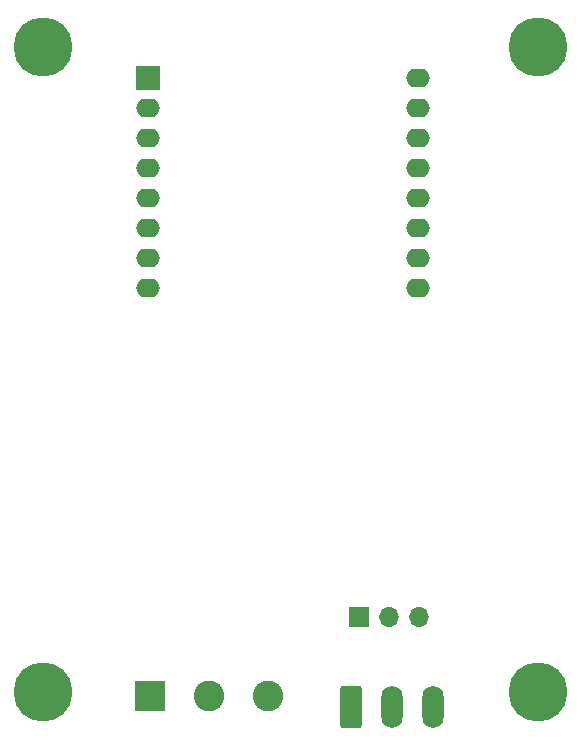
<source format=gbs>
%TF.GenerationSoftware,KiCad,Pcbnew,7.0.7*%
%TF.CreationDate,2023-10-31T06:07:48-06:00*%
%TF.ProjectId,RatGDO-OpenSource-D1Mini-ESP8266,52617447-444f-42d4-9f70-656e536f7572,rev?*%
%TF.SameCoordinates,Original*%
%TF.FileFunction,Soldermask,Bot*%
%TF.FilePolarity,Negative*%
%FSLAX46Y46*%
G04 Gerber Fmt 4.6, Leading zero omitted, Abs format (unit mm)*
G04 Created by KiCad (PCBNEW 7.0.7) date 2023-10-31 06:07:48*
%MOMM*%
%LPD*%
G01*
G04 APERTURE LIST*
G04 Aperture macros list*
%AMRoundRect*
0 Rectangle with rounded corners*
0 $1 Rounding radius*
0 $2 $3 $4 $5 $6 $7 $8 $9 X,Y pos of 4 corners*
0 Add a 4 corners polygon primitive as box body*
4,1,4,$2,$3,$4,$5,$6,$7,$8,$9,$2,$3,0*
0 Add four circle primitives for the rounded corners*
1,1,$1+$1,$2,$3*
1,1,$1+$1,$4,$5*
1,1,$1+$1,$6,$7*
1,1,$1+$1,$8,$9*
0 Add four rect primitives between the rounded corners*
20,1,$1+$1,$2,$3,$4,$5,0*
20,1,$1+$1,$4,$5,$6,$7,0*
20,1,$1+$1,$6,$7,$8,$9,0*
20,1,$1+$1,$8,$9,$2,$3,0*%
G04 Aperture macros list end*
%ADD10C,5.000000*%
%ADD11R,2.000000X2.000000*%
%ADD12O,2.000000X1.600000*%
%ADD13R,1.700000X1.700000*%
%ADD14O,1.700000X1.700000*%
%ADD15RoundRect,0.250000X-0.650000X-1.550000X0.650000X-1.550000X0.650000X1.550000X-0.650000X1.550000X0*%
%ADD16O,1.800000X3.600000*%
%ADD17R,2.600000X2.600000*%
%ADD18C,2.600000*%
G04 APERTURE END LIST*
D10*
%TO.C,REF\u002A\u002A*%
X162560000Y-63500000D03*
%TD*%
%TO.C,REF\u002A\u002A*%
X162560000Y-118110000D03*
%TD*%
D11*
%TO.C,U1*%
X129547500Y-66160000D03*
D12*
X129547500Y-68700000D03*
X129547500Y-71240000D03*
X129547500Y-73780000D03*
X129547500Y-76320000D03*
X129547500Y-78860000D03*
X129547500Y-81400000D03*
X129547500Y-83940000D03*
X152407500Y-83940000D03*
X152407500Y-81400000D03*
X152407500Y-78860000D03*
X152407500Y-76320000D03*
X152407500Y-73780000D03*
X152407500Y-71240000D03*
X152407500Y-68700000D03*
X152407500Y-66160000D03*
%TD*%
D10*
%TO.C,REF\u002A\u002A*%
X120650000Y-118110000D03*
%TD*%
D13*
%TO.C,J3*%
X147335000Y-111760000D03*
D14*
X149875000Y-111760000D03*
X152415000Y-111760000D03*
%TD*%
D10*
%TO.C,REF\u002A\u002A*%
X120650000Y-63500000D03*
%TD*%
D15*
%TO.C,J2*%
X146670000Y-119380000D03*
D16*
X150170000Y-119380000D03*
X153670000Y-119380000D03*
%TD*%
D17*
%TO.C,J1*%
X129700000Y-118415000D03*
D18*
X134700000Y-118415000D03*
X139700000Y-118415000D03*
%TD*%
M02*

</source>
